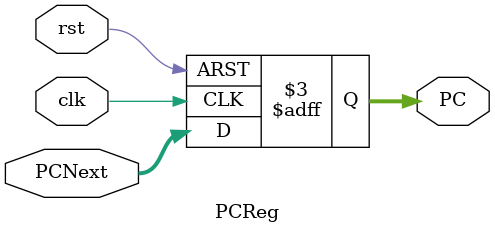
<source format=sv>
module PCReg (
    input logic clk,
    input logic rst,
    input logic [31:0] PCNext,
    output logic [31:0] PC
);

    initial begin
        PC = 32'hBFC00000; 
    end

    always_ff @(posedge clk or posedge rst) begin
        if (rst)
            PC <= 32'h0;
        else
            PC <= PCNext;
    end

endmodule

</source>
